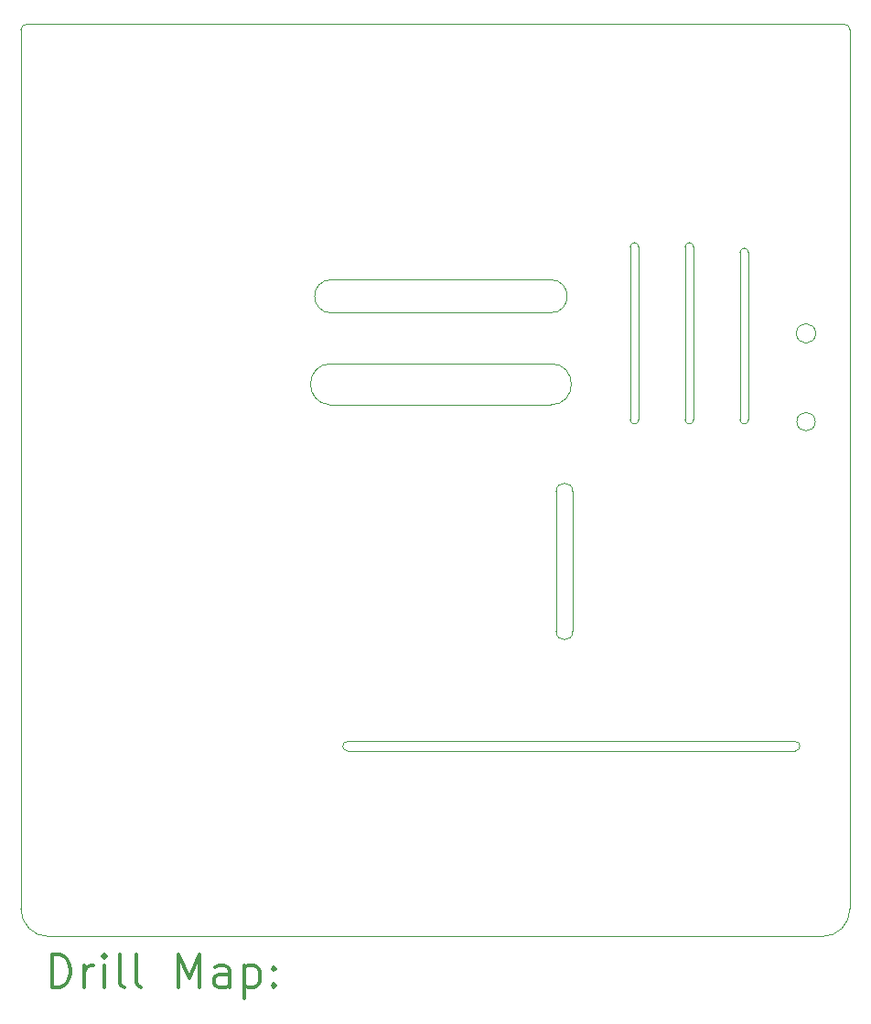
<source format=gbr>
%FSLAX45Y45*%
G04 Gerber Fmt 4.5, Leading zero omitted, Abs format (unit mm)*
G04 Created by KiCad (PCBNEW (5.1.6)-1) date 2021-11-13 02:39:44*
%MOMM*%
%LPD*%
G01*
G04 APERTURE LIST*
%TA.AperFunction,Profile*%
%ADD10C,0.050000*%
%TD*%
%TA.AperFunction,Profile*%
%ADD11C,0.100000*%
%TD*%
%ADD12C,0.200000*%
%ADD13C,0.300000*%
G04 APERTURE END LIST*
D10*
X15386050Y-9404350D02*
G75*
G02*
X15386050Y-9099550I0J152400D01*
G01*
X17418050Y-9099550D02*
G75*
G02*
X17418050Y-9404350I0J-152400D01*
G01*
X19678650Y-13366750D02*
G75*
G02*
X19678650Y-13455650I0J-44450D01*
G01*
X15538450Y-13455650D02*
G75*
G02*
X15538450Y-13366750I0J44450D01*
G01*
X19246850Y-10394950D02*
G75*
G02*
X19170650Y-10394950I-38100J0D01*
G01*
D11*
X19246850Y-8845550D02*
X19246850Y-10394950D01*
X19170650Y-10394950D02*
X19170650Y-8845550D01*
D10*
X19170650Y-8845550D02*
G75*
G02*
X19246850Y-8845550I38100J0D01*
G01*
X18738850Y-10394950D02*
G75*
G02*
X18662650Y-10394950I-38100J0D01*
G01*
D11*
X18738850Y-8794750D02*
X18738850Y-10394950D01*
X18662650Y-10394950D02*
X18662650Y-8794750D01*
D10*
X18662650Y-8794750D02*
G75*
G02*
X18738850Y-8794750I38100J0D01*
G01*
X18154650Y-8794750D02*
G75*
G02*
X18230850Y-8794750I38100J0D01*
G01*
X18230850Y-10394950D02*
G75*
G02*
X18154650Y-10394950I-38100J0D01*
G01*
D11*
X18230850Y-8794750D02*
X18230850Y-10394950D01*
X18154650Y-10394950D02*
X18154650Y-8794750D01*
X17418050Y-9404350D02*
X15386050Y-9404350D01*
X15386050Y-9099550D02*
X17418050Y-9099550D01*
D10*
X12515850Y-6788150D02*
G75*
G02*
X12566650Y-6737350I50800J0D01*
G01*
X17621250Y-12350750D02*
G75*
G02*
X17468850Y-12350750I-76200J0D01*
G01*
X17468850Y-11055350D02*
G75*
G02*
X17621250Y-11055350I76200J0D01*
G01*
D11*
X17621250Y-11055350D02*
X17621250Y-12350750D01*
X17468850Y-12350750D02*
X17468850Y-11055350D01*
X15538450Y-13366750D02*
X19678650Y-13366750D01*
X19678650Y-13455650D02*
X15538450Y-13455650D01*
D10*
X17418050Y-9874250D02*
G75*
G02*
X17418050Y-10255250I0J-190500D01*
G01*
X20135850Y-6737350D02*
G75*
G02*
X20186650Y-6788150I0J-50800D01*
G01*
X20186650Y-14916150D02*
G75*
G02*
X19932650Y-15170150I-254000J0D01*
G01*
X12769850Y-15170150D02*
G75*
G02*
X12515850Y-14916150I0J254000D01*
G01*
X19865681Y-10411120D02*
G75*
G03*
X19865681Y-10411120I-85431J0D01*
G01*
X19870053Y-9594850D02*
G75*
G03*
X19870053Y-9594850I-89803J0D01*
G01*
X15371490Y-10254693D02*
G75*
G02*
X15386050Y-9874250I14560J189943D01*
G01*
D11*
X15386050Y-9874250D02*
X17418050Y-9874250D01*
X17418050Y-10255250D02*
X15371490Y-10254693D01*
D10*
X12515850Y-14916150D02*
X12515850Y-6788150D01*
X20135850Y-6737350D02*
X12566650Y-6737350D01*
X19932650Y-15170150D02*
X12769850Y-15170150D01*
X20186650Y-14916150D02*
X20186650Y-6788150D01*
D12*
D13*
X12799778Y-15638364D02*
X12799778Y-15338364D01*
X12871207Y-15338364D01*
X12914064Y-15352650D01*
X12942636Y-15381221D01*
X12956921Y-15409793D01*
X12971207Y-15466936D01*
X12971207Y-15509793D01*
X12956921Y-15566936D01*
X12942636Y-15595507D01*
X12914064Y-15624079D01*
X12871207Y-15638364D01*
X12799778Y-15638364D01*
X13099778Y-15638364D02*
X13099778Y-15438364D01*
X13099778Y-15495507D02*
X13114064Y-15466936D01*
X13128350Y-15452650D01*
X13156921Y-15438364D01*
X13185493Y-15438364D01*
X13285493Y-15638364D02*
X13285493Y-15438364D01*
X13285493Y-15338364D02*
X13271207Y-15352650D01*
X13285493Y-15366936D01*
X13299778Y-15352650D01*
X13285493Y-15338364D01*
X13285493Y-15366936D01*
X13471207Y-15638364D02*
X13442636Y-15624079D01*
X13428350Y-15595507D01*
X13428350Y-15338364D01*
X13628350Y-15638364D02*
X13599778Y-15624079D01*
X13585493Y-15595507D01*
X13585493Y-15338364D01*
X13971207Y-15638364D02*
X13971207Y-15338364D01*
X14071207Y-15552650D01*
X14171207Y-15338364D01*
X14171207Y-15638364D01*
X14442636Y-15638364D02*
X14442636Y-15481221D01*
X14428350Y-15452650D01*
X14399778Y-15438364D01*
X14342636Y-15438364D01*
X14314064Y-15452650D01*
X14442636Y-15624079D02*
X14414064Y-15638364D01*
X14342636Y-15638364D01*
X14314064Y-15624079D01*
X14299778Y-15595507D01*
X14299778Y-15566936D01*
X14314064Y-15538364D01*
X14342636Y-15524079D01*
X14414064Y-15524079D01*
X14442636Y-15509793D01*
X14585493Y-15438364D02*
X14585493Y-15738364D01*
X14585493Y-15452650D02*
X14614064Y-15438364D01*
X14671207Y-15438364D01*
X14699778Y-15452650D01*
X14714064Y-15466936D01*
X14728350Y-15495507D01*
X14728350Y-15581221D01*
X14714064Y-15609793D01*
X14699778Y-15624079D01*
X14671207Y-15638364D01*
X14614064Y-15638364D01*
X14585493Y-15624079D01*
X14856921Y-15609793D02*
X14871207Y-15624079D01*
X14856921Y-15638364D01*
X14842636Y-15624079D01*
X14856921Y-15609793D01*
X14856921Y-15638364D01*
X14856921Y-15452650D02*
X14871207Y-15466936D01*
X14856921Y-15481221D01*
X14842636Y-15466936D01*
X14856921Y-15452650D01*
X14856921Y-15481221D01*
M02*

</source>
